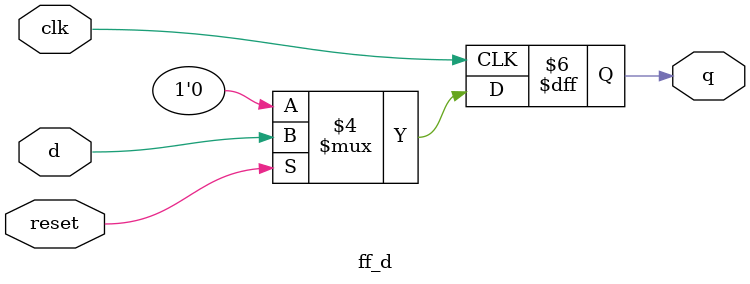
<source format=v>
module ff_d(
    input wire clk,reset,d,
    output reg q
);


always @(posedge clk)begin
    if(~reset)
        q <= 0;
    else
        q <= d;
end
endmodule
</source>
